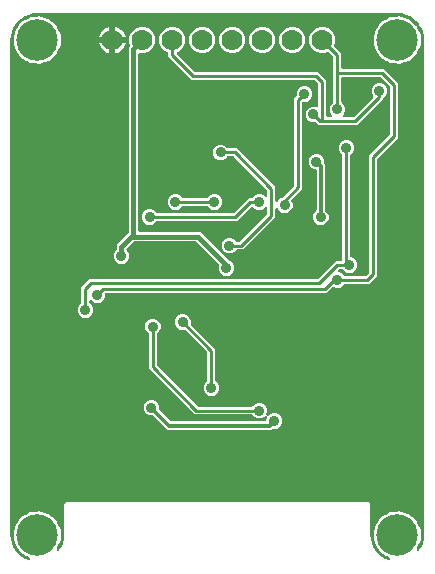
<source format=gbr>
G04 EAGLE Gerber RS-274X export*
G75*
%MOMM*%
%FSLAX34Y34*%
%LPD*%
%INBottom Copper*%
%IPPOS*%
%AMOC8*
5,1,8,0,0,1.08239X$1,22.5*%
G01*
%ADD10C,3.516000*%
%ADD11C,1.778000*%
%ADD12C,0.906400*%
%ADD13C,0.254000*%
%ADD14C,0.304800*%
%ADD15C,0.406400*%

G36*
X18442Y-46782D02*
X18442Y-46782D01*
X18575Y-46774D01*
X18600Y-46765D01*
X18627Y-46763D01*
X18751Y-46716D01*
X18877Y-46675D01*
X18900Y-46661D01*
X18925Y-46652D01*
X19034Y-46576D01*
X19146Y-46505D01*
X19164Y-46486D01*
X19186Y-46470D01*
X19273Y-46370D01*
X19364Y-46273D01*
X19376Y-46250D01*
X19394Y-46230D01*
X19453Y-46111D01*
X19517Y-45995D01*
X19524Y-45969D01*
X19536Y-45945D01*
X19563Y-45815D01*
X19596Y-45687D01*
X19596Y-45660D01*
X19602Y-45634D01*
X19596Y-45501D01*
X19597Y-45369D01*
X19590Y-45343D01*
X19589Y-45316D01*
X19551Y-45189D01*
X19518Y-45061D01*
X19505Y-45037D01*
X19497Y-45012D01*
X19429Y-44898D01*
X19365Y-44782D01*
X19347Y-44762D01*
X19333Y-44740D01*
X19238Y-44647D01*
X19147Y-44550D01*
X19125Y-44535D01*
X19106Y-44517D01*
X18972Y-44428D01*
X16215Y-42836D01*
X16213Y-42835D01*
X16210Y-42833D01*
X16066Y-42762D01*
X14290Y-42027D01*
X13693Y-41430D01*
X13626Y-41378D01*
X13565Y-41317D01*
X13451Y-41242D01*
X13442Y-41235D01*
X13438Y-41233D01*
X13431Y-41228D01*
X11929Y-40361D01*
X10139Y-37897D01*
X10126Y-37883D01*
X10116Y-37867D01*
X10009Y-37746D01*
X8773Y-36510D01*
X8357Y-35504D01*
X8322Y-35444D01*
X8297Y-35380D01*
X8211Y-35244D01*
X7008Y-33589D01*
X6447Y-30951D01*
X6436Y-30917D01*
X6431Y-30881D01*
X6379Y-30729D01*
X5787Y-29301D01*
X5787Y-27978D01*
X5781Y-27926D01*
X5783Y-27874D01*
X5760Y-27714D01*
X5268Y-25400D01*
X5760Y-23086D01*
X5764Y-23033D01*
X5777Y-22983D01*
X5787Y-22822D01*
X5787Y-21499D01*
X6379Y-20071D01*
X6388Y-20037D01*
X6404Y-20005D01*
X6447Y-19849D01*
X7008Y-17211D01*
X8211Y-15556D01*
X8244Y-15495D01*
X8286Y-15440D01*
X8357Y-15296D01*
X8773Y-14290D01*
X10009Y-13054D01*
X10021Y-13039D01*
X10036Y-13027D01*
X10139Y-12903D01*
X11929Y-10439D01*
X13431Y-9572D01*
X13499Y-9520D01*
X13573Y-9476D01*
X13675Y-9386D01*
X13684Y-9379D01*
X13687Y-9376D01*
X13693Y-9370D01*
X14290Y-8773D01*
X16066Y-8038D01*
X16068Y-8036D01*
X16071Y-8036D01*
X16215Y-7964D01*
X19179Y-6253D01*
X20598Y-6104D01*
X20697Y-6080D01*
X20799Y-6066D01*
X20887Y-6036D01*
X20908Y-6031D01*
X20920Y-6025D01*
X20951Y-6014D01*
X21499Y-5787D01*
X23543Y-5787D01*
X23560Y-5785D01*
X23676Y-5780D01*
X27504Y-5378D01*
X28573Y-5725D01*
X28690Y-5747D01*
X28805Y-5777D01*
X28865Y-5781D01*
X28885Y-5785D01*
X28906Y-5783D01*
X28965Y-5787D01*
X29301Y-5787D01*
X31209Y-6577D01*
X31230Y-6583D01*
X31303Y-6612D01*
X35466Y-7965D01*
X36078Y-8515D01*
X36189Y-8593D01*
X36297Y-8674D01*
X36327Y-8689D01*
X36339Y-8697D01*
X36359Y-8704D01*
X36441Y-8745D01*
X36510Y-8773D01*
X37805Y-10068D01*
X37819Y-10079D01*
X37853Y-10114D01*
X41687Y-13566D01*
X41900Y-14044D01*
X41979Y-14174D01*
X42250Y-14829D01*
X42255Y-14837D01*
X42263Y-14859D01*
X45092Y-21214D01*
X45092Y-29586D01*
X42263Y-35941D01*
X42260Y-35951D01*
X42250Y-35971D01*
X41994Y-36589D01*
X41975Y-36613D01*
X41970Y-36622D01*
X41968Y-36625D01*
X41963Y-36635D01*
X41900Y-36756D01*
X41785Y-37015D01*
X41777Y-37041D01*
X41764Y-37064D01*
X41731Y-37193D01*
X41693Y-37320D01*
X41692Y-37346D01*
X41685Y-37372D01*
X41685Y-37505D01*
X41679Y-37637D01*
X41685Y-37664D01*
X41685Y-37690D01*
X41718Y-37819D01*
X41745Y-37949D01*
X41757Y-37972D01*
X41764Y-37998D01*
X41828Y-38114D01*
X41887Y-38233D01*
X41904Y-38254D01*
X41917Y-38277D01*
X42007Y-38374D01*
X42094Y-38474D01*
X42116Y-38490D01*
X42134Y-38509D01*
X42246Y-38580D01*
X42355Y-38656D01*
X42380Y-38665D01*
X42403Y-38680D01*
X42529Y-38721D01*
X42653Y-38767D01*
X42680Y-38770D01*
X42705Y-38778D01*
X42838Y-38786D01*
X42970Y-38800D01*
X42996Y-38797D01*
X43023Y-38798D01*
X43153Y-38774D01*
X43284Y-38754D01*
X43309Y-38744D01*
X43335Y-38739D01*
X43455Y-38683D01*
X43578Y-38631D01*
X43599Y-38615D01*
X43623Y-38604D01*
X43725Y-38519D01*
X43831Y-38439D01*
X43848Y-38418D01*
X43868Y-38402D01*
X43971Y-38278D01*
X45664Y-35948D01*
X45721Y-35844D01*
X45785Y-35744D01*
X45807Y-35687D01*
X45817Y-35669D01*
X45822Y-35649D01*
X45844Y-35594D01*
X47931Y-29170D01*
X47944Y-29102D01*
X47967Y-29036D01*
X47990Y-28877D01*
X48255Y-25500D01*
X48254Y-25478D01*
X48259Y-25400D01*
X48259Y1052D01*
X49748Y2541D01*
X305852Y2541D01*
X307341Y1052D01*
X307341Y-25400D01*
X307343Y-25422D01*
X307345Y-25500D01*
X307610Y-28877D01*
X307624Y-28945D01*
X307629Y-29014D01*
X307669Y-29170D01*
X309756Y-35594D01*
X309806Y-35701D01*
X309850Y-35812D01*
X309883Y-35863D01*
X309891Y-35882D01*
X309904Y-35897D01*
X309936Y-35948D01*
X313907Y-41412D01*
X313988Y-41499D01*
X314064Y-41591D01*
X314110Y-41629D01*
X314124Y-41644D01*
X314142Y-41655D01*
X314188Y-41693D01*
X319652Y-45664D01*
X319756Y-45721D01*
X319856Y-45785D01*
X319913Y-45807D01*
X319931Y-45817D01*
X319951Y-45822D01*
X320006Y-45844D01*
X322745Y-46734D01*
X322771Y-46739D01*
X322796Y-46749D01*
X322927Y-46769D01*
X323057Y-46793D01*
X323084Y-46792D01*
X323110Y-46796D01*
X323242Y-46782D01*
X323375Y-46774D01*
X323400Y-46765D01*
X323427Y-46763D01*
X323551Y-46716D01*
X323677Y-46675D01*
X323700Y-46661D01*
X323725Y-46652D01*
X323834Y-46576D01*
X323946Y-46505D01*
X323964Y-46486D01*
X323986Y-46470D01*
X324073Y-46370D01*
X324164Y-46273D01*
X324176Y-46250D01*
X324194Y-46230D01*
X324253Y-46111D01*
X324317Y-45995D01*
X324324Y-45969D01*
X324336Y-45945D01*
X324363Y-45815D01*
X324396Y-45687D01*
X324396Y-45660D01*
X324402Y-45634D01*
X324396Y-45501D01*
X324397Y-45369D01*
X324390Y-45343D01*
X324389Y-45316D01*
X324351Y-45189D01*
X324318Y-45061D01*
X324305Y-45037D01*
X324297Y-45012D01*
X324229Y-44898D01*
X324165Y-44782D01*
X324147Y-44762D01*
X324133Y-44739D01*
X324038Y-44646D01*
X323947Y-44550D01*
X323925Y-44535D01*
X323906Y-44517D01*
X323772Y-44428D01*
X321015Y-42836D01*
X321012Y-42835D01*
X321010Y-42833D01*
X320866Y-42762D01*
X319090Y-42027D01*
X318493Y-41430D01*
X318426Y-41378D01*
X318365Y-41317D01*
X318251Y-41242D01*
X318242Y-41235D01*
X318238Y-41233D01*
X318231Y-41228D01*
X316729Y-40361D01*
X314939Y-37897D01*
X314926Y-37883D01*
X314916Y-37867D01*
X314809Y-37746D01*
X313573Y-36510D01*
X313157Y-35504D01*
X313122Y-35444D01*
X313097Y-35380D01*
X313011Y-35244D01*
X311808Y-33589D01*
X311247Y-30951D01*
X311236Y-30917D01*
X311231Y-30881D01*
X311179Y-30729D01*
X310587Y-29301D01*
X310587Y-27978D01*
X310581Y-27926D01*
X310583Y-27874D01*
X310560Y-27714D01*
X310068Y-25400D01*
X310560Y-23086D01*
X310564Y-23033D01*
X310577Y-22983D01*
X310587Y-22822D01*
X310587Y-21499D01*
X311179Y-20071D01*
X311188Y-20037D01*
X311204Y-20005D01*
X311247Y-19849D01*
X311808Y-17211D01*
X313011Y-15556D01*
X313044Y-15495D01*
X313086Y-15440D01*
X313157Y-15296D01*
X313573Y-14290D01*
X314809Y-13054D01*
X314821Y-13039D01*
X314836Y-13027D01*
X314939Y-12903D01*
X316729Y-10439D01*
X318231Y-9572D01*
X318299Y-9520D01*
X318373Y-9476D01*
X318475Y-9386D01*
X318484Y-9379D01*
X318487Y-9376D01*
X318493Y-9370D01*
X319090Y-8773D01*
X320866Y-8038D01*
X320868Y-8036D01*
X320871Y-8036D01*
X321015Y-7964D01*
X323979Y-6253D01*
X325398Y-6104D01*
X325497Y-6080D01*
X325599Y-6066D01*
X325687Y-6036D01*
X325708Y-6031D01*
X325720Y-6025D01*
X325751Y-6014D01*
X326299Y-5787D01*
X328343Y-5787D01*
X328360Y-5785D01*
X328476Y-5780D01*
X332304Y-5378D01*
X333373Y-5725D01*
X333490Y-5747D01*
X333605Y-5777D01*
X333665Y-5781D01*
X333685Y-5785D01*
X333706Y-5783D01*
X333765Y-5787D01*
X334101Y-5787D01*
X336009Y-6577D01*
X336030Y-6583D01*
X336103Y-6612D01*
X340266Y-7965D01*
X340878Y-8515D01*
X340989Y-8593D01*
X341097Y-8674D01*
X341127Y-8689D01*
X341139Y-8697D01*
X341159Y-8704D01*
X341241Y-8745D01*
X341310Y-8773D01*
X342605Y-10068D01*
X342619Y-10079D01*
X342653Y-10114D01*
X346487Y-13566D01*
X346700Y-14044D01*
X346779Y-14174D01*
X347050Y-14829D01*
X347055Y-14837D01*
X347063Y-14859D01*
X349892Y-21214D01*
X349892Y-29586D01*
X347063Y-35941D01*
X347060Y-35951D01*
X347050Y-35971D01*
X346794Y-36589D01*
X346775Y-36613D01*
X346770Y-36622D01*
X346768Y-36625D01*
X346763Y-36636D01*
X346700Y-36756D01*
X346585Y-37015D01*
X346577Y-37041D01*
X346564Y-37064D01*
X346531Y-37193D01*
X346493Y-37320D01*
X346492Y-37346D01*
X346485Y-37372D01*
X346485Y-37505D01*
X346479Y-37637D01*
X346485Y-37663D01*
X346485Y-37690D01*
X346518Y-37819D01*
X346545Y-37948D01*
X346557Y-37972D01*
X346564Y-37998D01*
X346628Y-38114D01*
X346687Y-38233D01*
X346704Y-38254D01*
X346717Y-38277D01*
X346808Y-38374D01*
X346894Y-38474D01*
X346916Y-38489D01*
X346934Y-38509D01*
X347047Y-38580D01*
X347155Y-38656D01*
X347180Y-38665D01*
X347203Y-38680D01*
X347329Y-38721D01*
X347453Y-38767D01*
X347480Y-38770D01*
X347505Y-38778D01*
X347637Y-38786D01*
X347770Y-38800D01*
X347796Y-38797D01*
X347823Y-38798D01*
X347953Y-38774D01*
X348084Y-38754D01*
X348109Y-38744D01*
X348135Y-38739D01*
X348255Y-38683D01*
X348378Y-38631D01*
X348399Y-38615D01*
X348423Y-38604D01*
X348525Y-38520D01*
X348631Y-38439D01*
X348648Y-38418D01*
X348668Y-38401D01*
X348771Y-38277D01*
X350464Y-35948D01*
X350521Y-35844D01*
X350585Y-35744D01*
X350607Y-35687D01*
X350617Y-35669D01*
X350622Y-35649D01*
X350644Y-35594D01*
X352731Y-29170D01*
X352744Y-29102D01*
X352767Y-29036D01*
X352790Y-28877D01*
X353055Y-25500D01*
X353054Y-25478D01*
X353059Y-25400D01*
X353059Y393700D01*
X353057Y393722D01*
X353055Y393800D01*
X352790Y397177D01*
X352776Y397245D01*
X352771Y397314D01*
X352731Y397470D01*
X350644Y403894D01*
X350593Y404001D01*
X350550Y404112D01*
X350517Y404163D01*
X350509Y404182D01*
X350496Y404197D01*
X350464Y404248D01*
X348771Y406578D01*
X348753Y406597D01*
X348739Y406620D01*
X348644Y406713D01*
X348553Y406809D01*
X348531Y406824D01*
X348512Y406842D01*
X348398Y406908D01*
X348392Y406924D01*
X348389Y406951D01*
X348340Y407075D01*
X348297Y407200D01*
X348282Y407222D01*
X348272Y407247D01*
X348186Y407383D01*
X346493Y409713D01*
X346412Y409799D01*
X346336Y409891D01*
X346290Y409929D01*
X346276Y409944D01*
X346258Y409955D01*
X346212Y409993D01*
X340748Y413964D01*
X340644Y414021D01*
X340544Y414085D01*
X340487Y414107D01*
X340469Y414117D01*
X340449Y414122D01*
X340394Y414144D01*
X333970Y416231D01*
X333902Y416244D01*
X333836Y416267D01*
X333677Y416290D01*
X330300Y416555D01*
X330278Y416554D01*
X330200Y416559D01*
X25400Y416559D01*
X25378Y416557D01*
X25300Y416555D01*
X21923Y416290D01*
X21855Y416276D01*
X21786Y416271D01*
X21630Y416231D01*
X18892Y415341D01*
X18867Y415330D01*
X18841Y415324D01*
X18724Y415263D01*
X18604Y415206D01*
X18583Y415189D01*
X18560Y415177D01*
X18462Y415089D01*
X18445Y415088D01*
X18418Y415093D01*
X18286Y415085D01*
X18153Y415083D01*
X18128Y415075D01*
X18101Y415074D01*
X17945Y415034D01*
X15206Y414144D01*
X15099Y414093D01*
X14988Y414050D01*
X14937Y414017D01*
X14918Y414009D01*
X14903Y413996D01*
X14852Y413964D01*
X9388Y409993D01*
X9301Y409912D01*
X9209Y409836D01*
X9171Y409790D01*
X9156Y409776D01*
X9145Y409758D01*
X9107Y409712D01*
X5136Y404248D01*
X5079Y404144D01*
X5015Y404044D01*
X4993Y403987D01*
X4983Y403969D01*
X4978Y403949D01*
X4956Y403894D01*
X2869Y397470D01*
X2856Y397402D01*
X2833Y397336D01*
X2810Y397177D01*
X2545Y393800D01*
X2546Y393778D01*
X2541Y393700D01*
X2541Y-25400D01*
X2543Y-25422D01*
X2545Y-25500D01*
X2810Y-28877D01*
X2824Y-28945D01*
X2829Y-29014D01*
X2869Y-29170D01*
X4956Y-35594D01*
X5006Y-35701D01*
X5050Y-35812D01*
X5083Y-35863D01*
X5091Y-35882D01*
X5104Y-35897D01*
X5136Y-35948D01*
X9107Y-41412D01*
X9188Y-41499D01*
X9264Y-41591D01*
X9310Y-41629D01*
X9324Y-41644D01*
X9342Y-41655D01*
X9388Y-41693D01*
X12582Y-44014D01*
X14852Y-45664D01*
X14956Y-45721D01*
X15056Y-45785D01*
X15113Y-45807D01*
X15131Y-45817D01*
X15151Y-45822D01*
X15206Y-45844D01*
X17945Y-46734D01*
X17971Y-46739D01*
X17996Y-46749D01*
X18127Y-46769D01*
X18257Y-46794D01*
X18284Y-46792D01*
X18310Y-46796D01*
X18442Y-46782D01*
G37*
%LPC*%
G36*
X64734Y158535D02*
X64734Y158535D01*
X62321Y159535D01*
X60475Y161381D01*
X59475Y163794D01*
X59475Y166406D01*
X60475Y168819D01*
X62366Y170709D01*
X62426Y170788D01*
X62494Y170860D01*
X62523Y170913D01*
X62560Y170961D01*
X62600Y171052D01*
X62648Y171138D01*
X62663Y171197D01*
X62687Y171253D01*
X62702Y171351D01*
X62727Y171446D01*
X62733Y171546D01*
X62737Y171567D01*
X62735Y171579D01*
X62737Y171607D01*
X62737Y184248D01*
X69752Y191263D01*
X262266Y191263D01*
X262364Y191275D01*
X262463Y191278D01*
X262522Y191295D01*
X262582Y191303D01*
X262674Y191339D01*
X262769Y191367D01*
X262821Y191397D01*
X262877Y191420D01*
X262957Y191478D01*
X263043Y191528D01*
X263118Y191594D01*
X263135Y191606D01*
X263143Y191616D01*
X263164Y191634D01*
X278032Y206503D01*
X282448Y206503D01*
X282566Y206518D01*
X282685Y206525D01*
X282723Y206538D01*
X282764Y206543D01*
X282874Y206586D01*
X282987Y206623D01*
X283022Y206645D01*
X283059Y206660D01*
X283155Y206729D01*
X283256Y206793D01*
X283284Y206823D01*
X283317Y206846D01*
X283393Y206938D01*
X283474Y207025D01*
X283494Y207060D01*
X283519Y207091D01*
X283570Y207199D01*
X283628Y207303D01*
X283638Y207343D01*
X283655Y207379D01*
X283677Y207496D01*
X283707Y207611D01*
X283711Y207671D01*
X283715Y207691D01*
X283713Y207712D01*
X283717Y207772D01*
X283717Y295753D01*
X283705Y295851D01*
X283702Y295950D01*
X283685Y296008D01*
X283677Y296069D01*
X283641Y296161D01*
X283613Y296256D01*
X283583Y296308D01*
X283560Y296364D01*
X283502Y296444D01*
X283452Y296530D01*
X283386Y296605D01*
X283374Y296622D01*
X283364Y296629D01*
X283346Y296651D01*
X281455Y298541D01*
X280455Y300954D01*
X280455Y303566D01*
X281455Y305979D01*
X283301Y307825D01*
X285714Y308825D01*
X288326Y308825D01*
X290739Y307825D01*
X292585Y305979D01*
X293585Y303566D01*
X293585Y300954D01*
X292585Y298541D01*
X290694Y296651D01*
X290634Y296572D01*
X290566Y296500D01*
X290537Y296447D01*
X290500Y296399D01*
X290460Y296308D01*
X290412Y296222D01*
X290397Y296163D01*
X290373Y296107D01*
X290358Y296009D01*
X290333Y295914D01*
X290327Y295814D01*
X290323Y295793D01*
X290325Y295781D01*
X290323Y295753D01*
X290323Y210838D01*
X290326Y210809D01*
X290324Y210779D01*
X290342Y210677D01*
X290345Y210625D01*
X290353Y210602D01*
X290363Y210522D01*
X290373Y210495D01*
X290378Y210466D01*
X290432Y210347D01*
X290480Y210227D01*
X290497Y210203D01*
X290509Y210176D01*
X290590Y210074D01*
X290666Y209969D01*
X290689Y209950D01*
X290708Y209927D01*
X290811Y209849D01*
X290911Y209766D01*
X290938Y209754D01*
X290962Y209736D01*
X291106Y209665D01*
X293279Y208765D01*
X295125Y206919D01*
X296125Y204506D01*
X296125Y201894D01*
X295125Y199481D01*
X293279Y197635D01*
X290866Y196635D01*
X288254Y196635D01*
X285841Y197635D01*
X283951Y199526D01*
X283872Y199586D01*
X283800Y199654D01*
X283747Y199683D01*
X283699Y199720D01*
X283608Y199760D01*
X283522Y199808D01*
X283463Y199823D01*
X283407Y199847D01*
X283309Y199862D01*
X283214Y199887D01*
X283114Y199893D01*
X283093Y199897D01*
X283081Y199895D01*
X283053Y199897D01*
X281294Y199897D01*
X281196Y199885D01*
X281097Y199882D01*
X281038Y199865D01*
X280978Y199857D01*
X280886Y199821D01*
X280791Y199793D01*
X280739Y199763D01*
X280683Y199740D01*
X280602Y199682D01*
X280517Y199632D01*
X280442Y199566D01*
X280425Y199554D01*
X280417Y199544D01*
X280396Y199526D01*
X280090Y199219D01*
X280060Y199180D01*
X280023Y199147D01*
X279963Y199055D01*
X279895Y198968D01*
X279875Y198922D01*
X279848Y198881D01*
X279812Y198777D01*
X279769Y198676D01*
X279761Y198627D01*
X279745Y198580D01*
X279736Y198470D01*
X279719Y198362D01*
X279724Y198313D01*
X279720Y198263D01*
X279739Y198155D01*
X279749Y198046D01*
X279766Y197999D01*
X279774Y197950D01*
X279819Y197850D01*
X279856Y197746D01*
X279884Y197705D01*
X279905Y197660D01*
X279973Y197574D01*
X280035Y197483D01*
X280072Y197450D01*
X280103Y197411D01*
X280191Y197345D01*
X280273Y197273D01*
X280318Y197250D01*
X280357Y197220D01*
X280502Y197149D01*
X283119Y196065D01*
X285009Y194174D01*
X285088Y194114D01*
X285160Y194046D01*
X285213Y194017D01*
X285261Y193980D01*
X285352Y193940D01*
X285438Y193892D01*
X285497Y193877D01*
X285553Y193853D01*
X285651Y193838D01*
X285746Y193813D01*
X285846Y193807D01*
X285867Y193803D01*
X285879Y193805D01*
X285907Y193803D01*
X302906Y193803D01*
X303004Y193815D01*
X303103Y193818D01*
X303162Y193835D01*
X303222Y193843D01*
X303314Y193879D01*
X303409Y193907D01*
X303461Y193937D01*
X303517Y193960D01*
X303597Y194018D01*
X303683Y194068D01*
X303758Y194134D01*
X303775Y194146D01*
X303783Y194156D01*
X303804Y194174D01*
X306206Y196576D01*
X306266Y196655D01*
X306334Y196727D01*
X306363Y196780D01*
X306400Y196828D01*
X306440Y196919D01*
X306488Y197005D01*
X306503Y197064D01*
X306527Y197119D01*
X306542Y197217D01*
X306567Y197313D01*
X306573Y197413D01*
X306577Y197434D01*
X306575Y197446D01*
X306577Y197474D01*
X306577Y296008D01*
X323986Y313416D01*
X324046Y313495D01*
X324114Y313567D01*
X324143Y313620D01*
X324180Y313668D01*
X324220Y313759D01*
X324268Y313845D01*
X324283Y313904D01*
X324307Y313959D01*
X324322Y314057D01*
X324347Y314153D01*
X324353Y314253D01*
X324357Y314274D01*
X324355Y314286D01*
X324357Y314314D01*
X324357Y353706D01*
X324345Y353804D01*
X324342Y353903D01*
X324325Y353962D01*
X324317Y354022D01*
X324281Y354114D01*
X324253Y354209D01*
X324223Y354261D01*
X324200Y354317D01*
X324142Y354397D01*
X324092Y354483D01*
X324026Y354558D01*
X324014Y354575D01*
X324004Y354583D01*
X323986Y354604D01*
X316504Y362086D01*
X316425Y362146D01*
X316353Y362214D01*
X316300Y362243D01*
X316252Y362280D01*
X316161Y362320D01*
X316075Y362368D01*
X316016Y362383D01*
X315961Y362407D01*
X315863Y362422D01*
X315767Y362447D01*
X315667Y362453D01*
X315646Y362457D01*
X315634Y362455D01*
X315606Y362457D01*
X283972Y362457D01*
X283854Y362442D01*
X283735Y362435D01*
X283697Y362422D01*
X283656Y362417D01*
X283546Y362374D01*
X283433Y362337D01*
X283398Y362315D01*
X283361Y362300D01*
X283265Y362231D01*
X283164Y362167D01*
X283136Y362137D01*
X283103Y362114D01*
X283027Y362022D01*
X282946Y361935D01*
X282926Y361900D01*
X282901Y361869D01*
X282850Y361761D01*
X282792Y361657D01*
X282782Y361617D01*
X282765Y361581D01*
X282743Y361464D01*
X282713Y361349D01*
X282709Y361289D01*
X282705Y361269D01*
X282707Y361248D01*
X282703Y361188D01*
X282703Y341667D01*
X282715Y341569D01*
X282718Y341470D01*
X282735Y341412D01*
X282743Y341351D01*
X282779Y341259D01*
X282807Y341164D01*
X282837Y341112D01*
X282860Y341056D01*
X282918Y340976D01*
X282968Y340890D01*
X283034Y340815D01*
X283046Y340798D01*
X283056Y340791D01*
X283074Y340769D01*
X284965Y338879D01*
X285965Y336466D01*
X285965Y333854D01*
X284965Y331441D01*
X284113Y330589D01*
X284029Y330480D01*
X283940Y330373D01*
X283931Y330354D01*
X283918Y330338D01*
X283863Y330211D01*
X283804Y330085D01*
X283800Y330065D01*
X283792Y330046D01*
X283770Y329908D01*
X283744Y329772D01*
X283745Y329752D01*
X283742Y329732D01*
X283755Y329593D01*
X283764Y329455D01*
X283770Y329436D01*
X283772Y329416D01*
X283819Y329284D01*
X283862Y329153D01*
X283873Y329135D01*
X283880Y329116D01*
X283958Y329001D01*
X284032Y328884D01*
X284047Y328870D01*
X284058Y328853D01*
X284162Y328761D01*
X284264Y328666D01*
X284282Y328656D01*
X284297Y328643D01*
X284420Y328580D01*
X284542Y328512D01*
X284562Y328507D01*
X284580Y328498D01*
X284716Y328468D01*
X284850Y328433D01*
X284878Y328431D01*
X284890Y328428D01*
X284911Y328429D01*
X285011Y328423D01*
X292746Y328423D01*
X292844Y328435D01*
X292943Y328438D01*
X293002Y328455D01*
X293062Y328463D01*
X293154Y328499D01*
X293249Y328527D01*
X293301Y328557D01*
X293357Y328580D01*
X293437Y328638D01*
X293523Y328688D01*
X293598Y328754D01*
X293615Y328766D01*
X293623Y328776D01*
X293644Y328794D01*
X309625Y344776D01*
X309698Y344870D01*
X309777Y344959D01*
X309795Y344995D01*
X309820Y345027D01*
X309867Y345136D01*
X309922Y345243D01*
X309930Y345282D01*
X309946Y345319D01*
X309965Y345437D01*
X309991Y345553D01*
X309990Y345593D01*
X309996Y345633D01*
X309985Y345752D01*
X309981Y345871D01*
X309970Y345909D01*
X309966Y345950D01*
X309926Y346062D01*
X309893Y346176D01*
X309873Y346211D01*
X309859Y346249D01*
X309792Y346347D01*
X309732Y346450D01*
X309692Y346495D01*
X309680Y346512D01*
X309665Y346526D01*
X309625Y346571D01*
X309395Y346801D01*
X308395Y349214D01*
X308395Y351826D01*
X309395Y354239D01*
X311241Y356085D01*
X313654Y357085D01*
X316266Y357085D01*
X318679Y356085D01*
X320525Y354239D01*
X321525Y351826D01*
X321525Y349214D01*
X320525Y346801D01*
X318634Y344911D01*
X318574Y344832D01*
X318506Y344760D01*
X318477Y344707D01*
X318440Y344659D01*
X318400Y344568D01*
X318352Y344482D01*
X318337Y344423D01*
X318313Y344367D01*
X318298Y344269D01*
X318273Y344174D01*
X318267Y344076D01*
X296008Y321817D01*
X263427Y321817D01*
X261346Y323899D01*
X261267Y323959D01*
X261195Y324027D01*
X261142Y324056D01*
X261094Y324093D01*
X261003Y324133D01*
X260917Y324181D01*
X260858Y324196D01*
X260803Y324220D01*
X260705Y324235D01*
X260609Y324260D01*
X260509Y324266D01*
X260488Y324270D01*
X260476Y324268D01*
X260448Y324270D01*
X257774Y324270D01*
X255361Y325270D01*
X253515Y327116D01*
X252515Y329529D01*
X252515Y332141D01*
X253515Y334554D01*
X255361Y336400D01*
X257774Y337400D01*
X260386Y337400D01*
X261642Y336879D01*
X261690Y336866D01*
X261735Y336845D01*
X261843Y336824D01*
X261949Y336795D01*
X261999Y336795D01*
X262048Y336785D01*
X262157Y336792D01*
X262267Y336790D01*
X262315Y336802D01*
X262365Y336805D01*
X262469Y336839D01*
X262576Y336864D01*
X262620Y336888D01*
X262667Y336903D01*
X262760Y336962D01*
X262857Y337013D01*
X262894Y337047D01*
X262936Y337073D01*
X263011Y337153D01*
X263093Y337227D01*
X263120Y337269D01*
X263154Y337305D01*
X263207Y337401D01*
X263267Y337493D01*
X263284Y337540D01*
X263308Y337583D01*
X263335Y337689D01*
X263371Y337794D01*
X263375Y337843D01*
X263387Y337891D01*
X263397Y338052D01*
X263397Y356246D01*
X263385Y356344D01*
X263382Y356443D01*
X263365Y356502D01*
X263357Y356562D01*
X263321Y356654D01*
X263293Y356749D01*
X263263Y356801D01*
X263240Y356857D01*
X263182Y356937D01*
X263132Y357023D01*
X263066Y357098D01*
X263054Y357115D01*
X263044Y357123D01*
X263026Y357144D01*
X260624Y359546D01*
X260545Y359606D01*
X260473Y359674D01*
X260420Y359703D01*
X260372Y359740D01*
X260281Y359780D01*
X260195Y359828D01*
X260136Y359843D01*
X260081Y359867D01*
X259983Y359882D01*
X259887Y359907D01*
X259787Y359913D01*
X259767Y359917D01*
X259754Y359915D01*
X259726Y359917D01*
X156112Y359917D01*
X136397Y379632D01*
X136397Y382397D01*
X136394Y382426D01*
X136396Y382456D01*
X136374Y382584D01*
X136357Y382713D01*
X136347Y382740D01*
X136342Y382769D01*
X136288Y382888D01*
X136240Y383008D01*
X136223Y383032D01*
X136211Y383059D01*
X136130Y383161D01*
X136054Y383266D01*
X136031Y383285D01*
X136012Y383308D01*
X135909Y383386D01*
X135809Y383469D01*
X135782Y383481D01*
X135758Y383499D01*
X135614Y383570D01*
X133513Y384440D01*
X130440Y387513D01*
X128777Y391527D01*
X128777Y395873D01*
X130440Y399887D01*
X133513Y402960D01*
X137527Y404623D01*
X141873Y404623D01*
X145887Y402960D01*
X148960Y399887D01*
X150623Y395873D01*
X150623Y391527D01*
X148960Y387513D01*
X145887Y384440D01*
X144137Y383715D01*
X144094Y383691D01*
X144047Y383674D01*
X143956Y383612D01*
X143861Y383558D01*
X143825Y383523D01*
X143784Y383495D01*
X143711Y383413D01*
X143633Y383337D01*
X143607Y383294D01*
X143574Y383257D01*
X143524Y383159D01*
X143466Y383065D01*
X143452Y383018D01*
X143429Y382974D01*
X143405Y382866D01*
X143373Y382761D01*
X143370Y382712D01*
X143360Y382663D01*
X143363Y382553D01*
X143358Y382444D01*
X143368Y382395D01*
X143369Y382345D01*
X143400Y382240D01*
X143422Y382132D01*
X143444Y382088D01*
X143458Y382040D01*
X143513Y381946D01*
X143562Y381847D01*
X143594Y381809D01*
X143619Y381766D01*
X143726Y381645D01*
X158476Y366894D01*
X158555Y366834D01*
X158627Y366766D01*
X158680Y366737D01*
X158728Y366700D01*
X158819Y366660D01*
X158905Y366612D01*
X158964Y366597D01*
X159019Y366573D01*
X159117Y366558D01*
X159213Y366533D01*
X159313Y366527D01*
X159334Y366523D01*
X159346Y366525D01*
X159374Y366523D01*
X262988Y366523D01*
X265294Y364217D01*
X265294Y364216D01*
X270003Y359508D01*
X270003Y329692D01*
X270018Y329574D01*
X270025Y329455D01*
X270038Y329417D01*
X270043Y329376D01*
X270086Y329266D01*
X270123Y329153D01*
X270145Y329118D01*
X270160Y329081D01*
X270229Y328985D01*
X270293Y328884D01*
X270323Y328856D01*
X270346Y328823D01*
X270438Y328747D01*
X270525Y328666D01*
X270560Y328646D01*
X270591Y328621D01*
X270699Y328570D01*
X270803Y328512D01*
X270843Y328502D01*
X270879Y328485D01*
X270996Y328463D01*
X271111Y328433D01*
X271171Y328429D01*
X271191Y328425D01*
X271212Y328427D01*
X271272Y328423D01*
X273789Y328423D01*
X273927Y328440D01*
X274065Y328453D01*
X274084Y328460D01*
X274105Y328463D01*
X274234Y328514D01*
X274365Y328561D01*
X274382Y328572D01*
X274400Y328580D01*
X274513Y328661D01*
X274628Y328739D01*
X274641Y328755D01*
X274658Y328766D01*
X274746Y328874D01*
X274838Y328978D01*
X274848Y328996D01*
X274860Y329011D01*
X274920Y329137D01*
X274983Y329261D01*
X274987Y329281D01*
X274996Y329299D01*
X275022Y329436D01*
X275053Y329571D01*
X275052Y329592D01*
X275056Y329611D01*
X275047Y329750D01*
X275043Y329889D01*
X275037Y329909D01*
X275036Y329929D01*
X274993Y330061D01*
X274955Y330195D01*
X274944Y330212D01*
X274938Y330231D01*
X274864Y330349D01*
X274793Y330469D01*
X274774Y330490D01*
X274768Y330500D01*
X274753Y330514D01*
X274687Y330589D01*
X273835Y331441D01*
X272835Y333854D01*
X272835Y336466D01*
X273835Y338879D01*
X275726Y340769D01*
X275786Y340848D01*
X275854Y340920D01*
X275883Y340973D01*
X275920Y341021D01*
X275960Y341112D01*
X276008Y341198D01*
X276023Y341257D01*
X276047Y341313D01*
X276062Y341411D01*
X276087Y341506D01*
X276093Y341606D01*
X276097Y341627D01*
X276095Y341639D01*
X276097Y341667D01*
X276097Y379106D01*
X276085Y379204D01*
X276082Y379303D01*
X276065Y379362D01*
X276057Y379422D01*
X276021Y379514D01*
X275993Y379609D01*
X275963Y379661D01*
X275940Y379717D01*
X275882Y379797D01*
X275832Y379883D01*
X275766Y379958D01*
X275754Y379975D01*
X275744Y379983D01*
X275726Y380004D01*
X272357Y383372D01*
X272333Y383391D01*
X272314Y383413D01*
X272208Y383488D01*
X272106Y383567D01*
X272078Y383579D01*
X272054Y383596D01*
X271933Y383642D01*
X271814Y383694D01*
X271785Y383698D01*
X271757Y383709D01*
X271628Y383723D01*
X271500Y383744D01*
X271470Y383741D01*
X271441Y383744D01*
X271312Y383726D01*
X271183Y383714D01*
X271155Y383704D01*
X271126Y383700D01*
X270974Y383648D01*
X268873Y382777D01*
X264527Y382777D01*
X260513Y384440D01*
X257440Y387513D01*
X255777Y391527D01*
X255777Y395873D01*
X257440Y399887D01*
X260513Y402960D01*
X264527Y404623D01*
X268873Y404623D01*
X272887Y402960D01*
X275960Y399887D01*
X277623Y395873D01*
X277623Y391527D01*
X276752Y389426D01*
X276745Y389398D01*
X276731Y389372D01*
X276703Y389245D01*
X276669Y389120D01*
X276668Y389090D01*
X276662Y389061D01*
X276666Y388932D01*
X276663Y388802D01*
X276670Y388773D01*
X276671Y388743D01*
X276707Y388619D01*
X276738Y388492D01*
X276751Y388466D01*
X276760Y388438D01*
X276825Y388326D01*
X276886Y388211D01*
X276906Y388189D01*
X276921Y388164D01*
X277028Y388043D01*
X282703Y382368D01*
X282703Y370332D01*
X282718Y370214D01*
X282725Y370095D01*
X282738Y370057D01*
X282743Y370016D01*
X282786Y369906D01*
X282823Y369793D01*
X282845Y369758D01*
X282860Y369721D01*
X282929Y369625D01*
X282993Y369524D01*
X283023Y369496D01*
X283046Y369463D01*
X283138Y369387D01*
X283225Y369306D01*
X283260Y369286D01*
X283291Y369261D01*
X283399Y369210D01*
X283503Y369152D01*
X283543Y369142D01*
X283579Y369125D01*
X283696Y369103D01*
X283811Y369073D01*
X283871Y369069D01*
X283891Y369065D01*
X283912Y369067D01*
X283972Y369063D01*
X318868Y369063D01*
X330963Y356968D01*
X330963Y311052D01*
X313554Y293644D01*
X313494Y293565D01*
X313426Y293493D01*
X313397Y293440D01*
X313360Y293392D01*
X313320Y293301D01*
X313272Y293215D01*
X313257Y293156D01*
X313233Y293101D01*
X313218Y293003D01*
X313193Y292907D01*
X313187Y292807D01*
X313183Y292786D01*
X313185Y292774D01*
X313183Y292746D01*
X313183Y194212D01*
X306168Y187197D01*
X285907Y187197D01*
X285809Y187185D01*
X285710Y187182D01*
X285651Y187165D01*
X285591Y187157D01*
X285499Y187121D01*
X285404Y187093D01*
X285352Y187063D01*
X285296Y187040D01*
X285216Y186982D01*
X285130Y186932D01*
X285055Y186866D01*
X285038Y186854D01*
X285031Y186844D01*
X285009Y186826D01*
X283119Y184935D01*
X280706Y183935D01*
X278094Y183935D01*
X276666Y184527D01*
X276637Y184535D01*
X276611Y184548D01*
X276484Y184577D01*
X276359Y184611D01*
X276330Y184611D01*
X276301Y184618D01*
X276171Y184614D01*
X276041Y184616D01*
X276012Y184609D01*
X275983Y184608D01*
X275858Y184572D01*
X275732Y184542D01*
X275706Y184528D01*
X275677Y184520D01*
X275566Y184454D01*
X275451Y184393D01*
X275429Y184373D01*
X275403Y184358D01*
X275283Y184252D01*
X270608Y179577D01*
X84034Y179577D01*
X83916Y179562D01*
X83797Y179555D01*
X83759Y179542D01*
X83718Y179537D01*
X83608Y179494D01*
X83495Y179457D01*
X83460Y179435D01*
X83423Y179420D01*
X83327Y179351D01*
X83226Y179287D01*
X83198Y179257D01*
X83165Y179234D01*
X83089Y179142D01*
X83008Y179055D01*
X82988Y179020D01*
X82963Y178989D01*
X82912Y178881D01*
X82854Y178777D01*
X82844Y178737D01*
X82827Y178701D01*
X82805Y178584D01*
X82775Y178469D01*
X82771Y178409D01*
X82767Y178389D01*
X82769Y178368D01*
X82765Y178308D01*
X82765Y176494D01*
X81765Y174081D01*
X79919Y172235D01*
X77506Y171235D01*
X74894Y171235D01*
X72481Y172235D01*
X71509Y173207D01*
X71400Y173291D01*
X71293Y173380D01*
X71274Y173389D01*
X71258Y173402D01*
X71131Y173457D01*
X71005Y173516D01*
X70985Y173520D01*
X70966Y173528D01*
X70828Y173550D01*
X70692Y173576D01*
X70672Y173575D01*
X70652Y173578D01*
X70513Y173565D01*
X70375Y173556D01*
X70356Y173550D01*
X70336Y173548D01*
X70204Y173501D01*
X70073Y173458D01*
X70055Y173447D01*
X70036Y173440D01*
X69921Y173362D01*
X69804Y173288D01*
X69790Y173273D01*
X69773Y173262D01*
X69681Y173158D01*
X69586Y173056D01*
X69576Y173038D01*
X69563Y173023D01*
X69500Y172900D01*
X69432Y172778D01*
X69427Y172758D01*
X69418Y172740D01*
X69388Y172604D01*
X69353Y172470D01*
X69351Y172442D01*
X69348Y172430D01*
X69349Y172409D01*
X69343Y172309D01*
X69343Y171607D01*
X69355Y171509D01*
X69358Y171410D01*
X69375Y171352D01*
X69383Y171291D01*
X69419Y171199D01*
X69447Y171104D01*
X69477Y171052D01*
X69500Y170996D01*
X69558Y170916D01*
X69608Y170830D01*
X69674Y170755D01*
X69686Y170738D01*
X69696Y170731D01*
X69714Y170709D01*
X71605Y168819D01*
X72605Y166406D01*
X72605Y163794D01*
X71605Y161381D01*
X69759Y159535D01*
X67346Y158535D01*
X64734Y158535D01*
G37*
%LPD*%
%LPC*%
G36*
X184114Y194095D02*
X184114Y194095D01*
X181701Y195095D01*
X179855Y196941D01*
X178855Y199354D01*
X178855Y201966D01*
X179131Y202632D01*
X179139Y202661D01*
X179153Y202687D01*
X179181Y202814D01*
X179215Y202939D01*
X179216Y202968D01*
X179222Y202997D01*
X179218Y203127D01*
X179220Y203257D01*
X179213Y203286D01*
X179213Y203315D01*
X179176Y203440D01*
X179146Y203566D01*
X179132Y203592D01*
X179124Y203621D01*
X179058Y203733D01*
X178997Y203847D01*
X178978Y203869D01*
X178963Y203895D01*
X178856Y204015D01*
X159978Y222894D01*
X159900Y222954D01*
X159828Y223022D01*
X159775Y223051D01*
X159727Y223088D01*
X159636Y223128D01*
X159549Y223176D01*
X159491Y223191D01*
X159435Y223215D01*
X159337Y223230D01*
X159241Y223255D01*
X159141Y223261D01*
X159121Y223265D01*
X159109Y223263D01*
X159081Y223265D01*
X107619Y223265D01*
X107521Y223253D01*
X107422Y223250D01*
X107364Y223233D01*
X107304Y223225D01*
X107212Y223189D01*
X107117Y223161D01*
X107065Y223131D01*
X107008Y223108D01*
X106928Y223050D01*
X106843Y223000D01*
X106767Y222934D01*
X106751Y222922D01*
X106743Y222912D01*
X106722Y222894D01*
X101124Y217295D01*
X101051Y217201D01*
X100972Y217112D01*
X100954Y217076D01*
X100929Y217044D01*
X100881Y216935D01*
X100827Y216829D01*
X100818Y216789D01*
X100802Y216752D01*
X100784Y216634D01*
X100758Y216518D01*
X100759Y216478D01*
X100753Y216438D01*
X100764Y216319D01*
X100767Y216201D01*
X100779Y216162D01*
X100782Y216121D01*
X100823Y216009D01*
X100856Y215895D01*
X100876Y215860D01*
X100890Y215822D01*
X100957Y215724D01*
X101017Y215621D01*
X101057Y215576D01*
X101069Y215559D01*
X101084Y215545D01*
X101124Y215500D01*
X102085Y214539D01*
X103085Y212126D01*
X103085Y209514D01*
X102085Y207101D01*
X100239Y205255D01*
X97826Y204255D01*
X95214Y204255D01*
X92801Y205255D01*
X90955Y207101D01*
X89955Y209514D01*
X89955Y212126D01*
X90955Y214539D01*
X92084Y215667D01*
X92144Y215746D01*
X92212Y215818D01*
X92241Y215871D01*
X92278Y215919D01*
X92318Y216010D01*
X92366Y216096D01*
X92381Y216155D01*
X92405Y216211D01*
X92420Y216309D01*
X92445Y216404D01*
X92451Y216504D01*
X92455Y216525D01*
X92453Y216537D01*
X92455Y216565D01*
X92455Y220124D01*
X102244Y229912D01*
X102304Y229990D01*
X102372Y230062D01*
X102401Y230115D01*
X102438Y230163D01*
X102478Y230254D01*
X102526Y230341D01*
X102541Y230399D01*
X102565Y230455D01*
X102580Y230553D01*
X102605Y230649D01*
X102611Y230749D01*
X102615Y230769D01*
X102613Y230781D01*
X102615Y230809D01*
X102615Y387764D01*
X103657Y388805D01*
X103675Y388829D01*
X103697Y388848D01*
X103772Y388954D01*
X103852Y389056D01*
X103863Y389083D01*
X103880Y389108D01*
X103926Y389229D01*
X103978Y389348D01*
X103983Y389377D01*
X103993Y389405D01*
X104008Y389534D01*
X104028Y389662D01*
X104025Y389692D01*
X104028Y389721D01*
X104010Y389850D01*
X103998Y389979D01*
X103988Y390007D01*
X103984Y390036D01*
X103932Y390188D01*
X103377Y391527D01*
X103377Y395873D01*
X105040Y399887D01*
X108113Y402960D01*
X112127Y404623D01*
X116473Y404623D01*
X120487Y402960D01*
X123560Y399887D01*
X125223Y395873D01*
X125223Y391527D01*
X123560Y387513D01*
X120487Y384440D01*
X116473Y382777D01*
X112014Y382777D01*
X111896Y382762D01*
X111777Y382755D01*
X111739Y382742D01*
X111698Y382737D01*
X111588Y382694D01*
X111475Y382657D01*
X111440Y382635D01*
X111403Y382620D01*
X111307Y382551D01*
X111206Y382487D01*
X111178Y382457D01*
X111145Y382434D01*
X111069Y382342D01*
X110988Y382255D01*
X110968Y382220D01*
X110943Y382189D01*
X110892Y382081D01*
X110834Y381977D01*
X110824Y381937D01*
X110807Y381901D01*
X110785Y381784D01*
X110755Y381669D01*
X110751Y381609D01*
X110747Y381589D01*
X110749Y381568D01*
X110745Y381508D01*
X110745Y232664D01*
X110760Y232546D01*
X110767Y232427D01*
X110780Y232389D01*
X110785Y232348D01*
X110828Y232238D01*
X110865Y232125D01*
X110887Y232090D01*
X110902Y232053D01*
X110971Y231957D01*
X111035Y231856D01*
X111065Y231828D01*
X111088Y231795D01*
X111180Y231719D01*
X111267Y231638D01*
X111302Y231618D01*
X111333Y231593D01*
X111441Y231542D01*
X111545Y231484D01*
X111585Y231474D01*
X111621Y231457D01*
X111738Y231435D01*
X111853Y231405D01*
X111913Y231401D01*
X111933Y231397D01*
X111954Y231399D01*
X112014Y231395D01*
X162974Y231395D01*
X187261Y207108D01*
X187268Y207102D01*
X187274Y207095D01*
X187393Y207005D01*
X187512Y206913D01*
X187520Y206909D01*
X187528Y206904D01*
X187672Y206833D01*
X189139Y206225D01*
X190985Y204379D01*
X191985Y201966D01*
X191985Y199354D01*
X190985Y196941D01*
X189139Y195095D01*
X186726Y194095D01*
X184114Y194095D01*
G37*
%LPD*%
%LPC*%
G36*
X186654Y213145D02*
X186654Y213145D01*
X184241Y214145D01*
X182395Y215991D01*
X181395Y218404D01*
X181395Y221016D01*
X182395Y223429D01*
X184241Y225275D01*
X186654Y226275D01*
X189266Y226275D01*
X191679Y225275D01*
X193569Y223384D01*
X193648Y223324D01*
X193720Y223256D01*
X193773Y223227D01*
X193821Y223190D01*
X193912Y223150D01*
X193998Y223102D01*
X194057Y223087D01*
X194113Y223063D01*
X194211Y223048D01*
X194306Y223023D01*
X194406Y223017D01*
X194427Y223013D01*
X194439Y223015D01*
X194467Y223013D01*
X196226Y223013D01*
X196324Y223025D01*
X196423Y223028D01*
X196482Y223045D01*
X196542Y223053D01*
X196634Y223089D01*
X196729Y223117D01*
X196781Y223147D01*
X196837Y223170D01*
X196917Y223228D01*
X197003Y223278D01*
X197078Y223344D01*
X197095Y223356D01*
X197103Y223366D01*
X197124Y223384D01*
X219846Y246106D01*
X219906Y246185D01*
X219974Y246257D01*
X220003Y246310D01*
X220040Y246358D01*
X220080Y246449D01*
X220128Y246535D01*
X220143Y246594D01*
X220167Y246649D01*
X220182Y246747D01*
X220207Y246843D01*
X220213Y246943D01*
X220217Y246964D01*
X220215Y246976D01*
X220217Y247004D01*
X220217Y251049D01*
X220200Y251187D01*
X220187Y251325D01*
X220180Y251344D01*
X220177Y251365D01*
X220126Y251494D01*
X220079Y251625D01*
X220068Y251642D01*
X220060Y251660D01*
X219979Y251773D01*
X219901Y251888D01*
X219885Y251901D01*
X219874Y251918D01*
X219766Y252006D01*
X219662Y252098D01*
X219644Y252108D01*
X219629Y252120D01*
X219503Y252180D01*
X219379Y252243D01*
X219359Y252247D01*
X219341Y252256D01*
X219204Y252282D01*
X219069Y252313D01*
X219048Y252312D01*
X219029Y252316D01*
X218890Y252307D01*
X218751Y252303D01*
X218731Y252297D01*
X218711Y252296D01*
X218579Y252253D01*
X218445Y252215D01*
X218428Y252204D01*
X218409Y252198D01*
X218291Y252124D01*
X218171Y252053D01*
X218150Y252034D01*
X218140Y252028D01*
X218126Y252013D01*
X218051Y251947D01*
X217079Y250975D01*
X214666Y249975D01*
X212054Y249975D01*
X209641Y250975D01*
X208141Y252475D01*
X208047Y252548D01*
X207958Y252627D01*
X207922Y252645D01*
X207890Y252670D01*
X207780Y252717D01*
X207674Y252772D01*
X207635Y252780D01*
X207598Y252796D01*
X207480Y252815D01*
X207364Y252841D01*
X207324Y252840D01*
X207284Y252846D01*
X207165Y252835D01*
X207046Y252832D01*
X207007Y252820D01*
X206967Y252816D01*
X206855Y252776D01*
X206741Y252743D01*
X206706Y252723D01*
X206668Y252709D01*
X206569Y252642D01*
X206467Y252582D01*
X206422Y252542D01*
X206405Y252530D01*
X206391Y252515D01*
X206346Y252475D01*
X196714Y242844D01*
X194408Y240537D01*
X127157Y240537D01*
X127059Y240525D01*
X126960Y240522D01*
X126902Y240505D01*
X126841Y240497D01*
X126749Y240461D01*
X126654Y240433D01*
X126602Y240403D01*
X126546Y240380D01*
X126466Y240322D01*
X126380Y240272D01*
X126305Y240206D01*
X126288Y240194D01*
X126281Y240184D01*
X126259Y240166D01*
X124369Y238275D01*
X121956Y237275D01*
X119344Y237275D01*
X116931Y238275D01*
X115085Y240121D01*
X114085Y242534D01*
X114085Y245146D01*
X115085Y247559D01*
X116931Y249405D01*
X119344Y250405D01*
X121956Y250405D01*
X124369Y249405D01*
X126259Y247514D01*
X126338Y247454D01*
X126410Y247386D01*
X126463Y247357D01*
X126511Y247320D01*
X126602Y247280D01*
X126688Y247232D01*
X126747Y247217D01*
X126803Y247193D01*
X126901Y247178D01*
X126996Y247153D01*
X127096Y247147D01*
X127117Y247143D01*
X127129Y247145D01*
X127157Y247143D01*
X191146Y247143D01*
X191244Y247155D01*
X191343Y247158D01*
X191402Y247175D01*
X191462Y247183D01*
X191554Y247219D01*
X191649Y247247D01*
X191701Y247277D01*
X191757Y247300D01*
X191837Y247358D01*
X191923Y247408D01*
X191998Y247474D01*
X192015Y247486D01*
X192023Y247496D01*
X192044Y247514D01*
X204372Y259843D01*
X206853Y259843D01*
X206951Y259855D01*
X207050Y259858D01*
X207108Y259875D01*
X207169Y259883D01*
X207261Y259919D01*
X207356Y259947D01*
X207408Y259977D01*
X207464Y260000D01*
X207544Y260058D01*
X207630Y260108D01*
X207705Y260174D01*
X207722Y260186D01*
X207729Y260196D01*
X207751Y260214D01*
X209641Y262105D01*
X212054Y263105D01*
X214666Y263105D01*
X217079Y262105D01*
X218051Y261133D01*
X218160Y261049D01*
X218267Y260960D01*
X218286Y260951D01*
X218302Y260938D01*
X218429Y260883D01*
X218555Y260824D01*
X218575Y260820D01*
X218594Y260812D01*
X218732Y260790D01*
X218868Y260764D01*
X218888Y260765D01*
X218908Y260762D01*
X219047Y260775D01*
X219185Y260784D01*
X219204Y260790D01*
X219224Y260792D01*
X219356Y260839D01*
X219487Y260882D01*
X219505Y260893D01*
X219524Y260900D01*
X219639Y260978D01*
X219756Y261052D01*
X219770Y261067D01*
X219787Y261078D01*
X219879Y261182D01*
X219974Y261284D01*
X219984Y261302D01*
X219997Y261317D01*
X220060Y261440D01*
X220128Y261562D01*
X220133Y261582D01*
X220142Y261600D01*
X220172Y261736D01*
X220207Y261870D01*
X220209Y261898D01*
X220212Y261910D01*
X220211Y261931D01*
X220217Y262031D01*
X220217Y266076D01*
X220205Y266174D01*
X220202Y266273D01*
X220185Y266332D01*
X220177Y266392D01*
X220141Y266484D01*
X220113Y266579D01*
X220083Y266631D01*
X220060Y266687D01*
X220002Y266767D01*
X219952Y266853D01*
X219886Y266928D01*
X219874Y266945D01*
X219864Y266953D01*
X219846Y266974D01*
X191917Y294903D01*
X191838Y294963D01*
X191766Y295031D01*
X191713Y295060D01*
X191665Y295097D01*
X191574Y295137D01*
X191488Y295185D01*
X191429Y295200D01*
X191374Y295224D01*
X191276Y295239D01*
X191180Y295264D01*
X191080Y295270D01*
X191059Y295274D01*
X191047Y295272D01*
X191019Y295274D01*
X186974Y295274D01*
X186876Y295262D01*
X186777Y295259D01*
X186719Y295242D01*
X186658Y295234D01*
X186566Y295198D01*
X186471Y295170D01*
X186419Y295140D01*
X186363Y295117D01*
X186283Y295059D01*
X186197Y295009D01*
X186122Y294943D01*
X186105Y294931D01*
X186098Y294921D01*
X186076Y294903D01*
X184186Y293012D01*
X181773Y292012D01*
X179161Y292012D01*
X176748Y293012D01*
X174902Y294858D01*
X173902Y297271D01*
X173902Y299883D01*
X174902Y302296D01*
X176748Y304142D01*
X179161Y305142D01*
X181773Y305142D01*
X184186Y304142D01*
X186076Y302251D01*
X186155Y302191D01*
X186227Y302123D01*
X186280Y302094D01*
X186328Y302057D01*
X186419Y302017D01*
X186505Y301969D01*
X186564Y301954D01*
X186620Y301930D01*
X186718Y301915D01*
X186813Y301890D01*
X186913Y301884D01*
X186934Y301880D01*
X186946Y301882D01*
X186974Y301880D01*
X194281Y301880D01*
X226823Y269338D01*
X226823Y257914D01*
X226831Y257845D01*
X226830Y257775D01*
X226851Y257688D01*
X226863Y257599D01*
X226888Y257534D01*
X226905Y257466D01*
X226947Y257387D01*
X226980Y257303D01*
X227021Y257247D01*
X227053Y257185D01*
X227114Y257118D01*
X227166Y257046D01*
X227220Y257001D01*
X227267Y256950D01*
X227342Y256900D01*
X227411Y256843D01*
X227475Y256813D01*
X227533Y256775D01*
X227618Y256746D01*
X227699Y256708D01*
X227768Y256694D01*
X227834Y256672D01*
X227923Y256665D01*
X228011Y256648D01*
X228081Y256652D01*
X228151Y256647D01*
X228239Y256662D01*
X228329Y256667D01*
X228395Y256689D01*
X228464Y256701D01*
X228546Y256738D01*
X228631Y256766D01*
X228690Y256803D01*
X228754Y256832D01*
X228824Y256888D01*
X228900Y256936D01*
X228948Y256987D01*
X229002Y257030D01*
X229057Y257102D01*
X229118Y257167D01*
X229152Y257228D01*
X229194Y257284D01*
X229265Y257429D01*
X229385Y257719D01*
X231231Y259565D01*
X232369Y260037D01*
X232377Y260041D01*
X232386Y260044D01*
X232515Y260120D01*
X232645Y260194D01*
X232652Y260201D01*
X232660Y260205D01*
X232781Y260312D01*
X233953Y261484D01*
X233954Y261484D01*
X242706Y270236D01*
X242766Y270315D01*
X242834Y270387D01*
X242863Y270440D01*
X242900Y270488D01*
X242940Y270579D01*
X242988Y270665D01*
X243003Y270724D01*
X243027Y270779D01*
X243042Y270877D01*
X243067Y270973D01*
X243073Y271073D01*
X243077Y271094D01*
X243075Y271106D01*
X243077Y271134D01*
X243077Y344268D01*
X244524Y345714D01*
X244584Y345793D01*
X244652Y345865D01*
X244681Y345918D01*
X244718Y345966D01*
X244758Y346057D01*
X244806Y346143D01*
X244821Y346202D01*
X244845Y346257D01*
X244860Y346355D01*
X244885Y346451D01*
X244891Y346551D01*
X244895Y346572D01*
X244893Y346584D01*
X244895Y346612D01*
X244895Y349286D01*
X245895Y351699D01*
X247741Y353545D01*
X250154Y354545D01*
X252766Y354545D01*
X255179Y353545D01*
X257025Y351699D01*
X258025Y349286D01*
X258025Y346674D01*
X257025Y344261D01*
X255179Y342415D01*
X252766Y341415D01*
X250952Y341415D01*
X250834Y341400D01*
X250715Y341393D01*
X250677Y341380D01*
X250636Y341375D01*
X250526Y341332D01*
X250413Y341295D01*
X250378Y341273D01*
X250341Y341258D01*
X250245Y341189D01*
X250144Y341125D01*
X250116Y341095D01*
X250083Y341072D01*
X250007Y340980D01*
X249926Y340893D01*
X249906Y340858D01*
X249881Y340827D01*
X249830Y340719D01*
X249772Y340615D01*
X249762Y340575D01*
X249745Y340539D01*
X249723Y340422D01*
X249693Y340307D01*
X249689Y340247D01*
X249685Y340227D01*
X249687Y340206D01*
X249683Y340146D01*
X249683Y267872D01*
X240826Y259015D01*
X240808Y258992D01*
X240786Y258973D01*
X240711Y258867D01*
X240631Y258764D01*
X240620Y258737D01*
X240603Y258713D01*
X240557Y258592D01*
X240505Y258472D01*
X240500Y258443D01*
X240490Y258416D01*
X240475Y258287D01*
X240455Y258158D01*
X240458Y258129D01*
X240455Y258099D01*
X240473Y257971D01*
X240485Y257842D01*
X240495Y257814D01*
X240499Y257785D01*
X240551Y257632D01*
X241515Y255306D01*
X241515Y252694D01*
X240515Y250281D01*
X238669Y248435D01*
X236256Y247435D01*
X233644Y247435D01*
X231231Y248435D01*
X229385Y250281D01*
X229265Y250571D01*
X229230Y250632D01*
X229204Y250697D01*
X229152Y250769D01*
X229107Y250848D01*
X229058Y250898D01*
X229018Y250954D01*
X228948Y251011D01*
X228886Y251076D01*
X228826Y251112D01*
X228773Y251157D01*
X228691Y251195D01*
X228615Y251242D01*
X228548Y251263D01*
X228485Y251292D01*
X228397Y251309D01*
X228311Y251336D01*
X228241Y251339D01*
X228172Y251352D01*
X228083Y251347D01*
X227993Y251351D01*
X227925Y251337D01*
X227855Y251333D01*
X227770Y251305D01*
X227682Y251287D01*
X227619Y251256D01*
X227553Y251234D01*
X227477Y251186D01*
X227396Y251147D01*
X227343Y251102D01*
X227284Y251064D01*
X227222Y250999D01*
X227154Y250941D01*
X227114Y250884D01*
X227066Y250833D01*
X227023Y250754D01*
X226971Y250681D01*
X226946Y250615D01*
X226912Y250554D01*
X226890Y250467D01*
X226858Y250383D01*
X226850Y250314D01*
X226833Y250246D01*
X226823Y250086D01*
X226823Y243742D01*
X199488Y216407D01*
X194467Y216407D01*
X194369Y216395D01*
X194270Y216392D01*
X194212Y216375D01*
X194151Y216367D01*
X194059Y216331D01*
X193964Y216303D01*
X193912Y216273D01*
X193856Y216250D01*
X193776Y216192D01*
X193690Y216142D01*
X193615Y216076D01*
X193598Y216064D01*
X193591Y216054D01*
X193569Y216036D01*
X191679Y214145D01*
X189266Y213145D01*
X186654Y213145D01*
G37*
%LPD*%
%LPC*%
G36*
X135687Y63753D02*
X135687Y63753D01*
X123827Y75614D01*
X123748Y75674D01*
X123676Y75742D01*
X123623Y75771D01*
X123575Y75808D01*
X123484Y75848D01*
X123398Y75896D01*
X123339Y75911D01*
X123283Y75935D01*
X123185Y75950D01*
X123090Y75975D01*
X122990Y75981D01*
X122969Y75985D01*
X122957Y75983D01*
X122929Y75985D01*
X120614Y75985D01*
X118201Y76985D01*
X116355Y78831D01*
X115355Y81244D01*
X115355Y83856D01*
X116355Y86269D01*
X118201Y88115D01*
X120614Y89115D01*
X123226Y89115D01*
X125639Y88115D01*
X127485Y86269D01*
X128485Y83856D01*
X128485Y81541D01*
X128497Y81443D01*
X128500Y81344D01*
X128517Y81286D01*
X128525Y81225D01*
X128561Y81133D01*
X128589Y81038D01*
X128619Y80986D01*
X128642Y80930D01*
X128700Y80850D01*
X128750Y80764D01*
X128816Y80689D01*
X128828Y80672D01*
X128838Y80665D01*
X128856Y80643D01*
X138261Y71238D01*
X138340Y71178D01*
X138412Y71110D01*
X138465Y71081D01*
X138513Y71044D01*
X138604Y71004D01*
X138690Y70956D01*
X138749Y70941D01*
X138805Y70917D01*
X138903Y70902D01*
X138998Y70877D01*
X139098Y70871D01*
X139119Y70867D01*
X139131Y70869D01*
X139159Y70867D01*
X218070Y70867D01*
X218188Y70882D01*
X218307Y70889D01*
X218345Y70902D01*
X218386Y70907D01*
X218496Y70950D01*
X218609Y70987D01*
X218644Y71009D01*
X218681Y71024D01*
X218777Y71093D01*
X218878Y71157D01*
X218906Y71187D01*
X218939Y71210D01*
X219015Y71302D01*
X219096Y71389D01*
X219116Y71424D01*
X219141Y71455D01*
X219192Y71563D01*
X219250Y71667D01*
X219260Y71707D01*
X219277Y71743D01*
X219299Y71860D01*
X219329Y71975D01*
X219333Y72035D01*
X219337Y72055D01*
X219335Y72076D01*
X219339Y72136D01*
X219339Y72426D01*
X219923Y73836D01*
X219942Y73904D01*
X219970Y73968D01*
X219984Y74056D01*
X220007Y74143D01*
X220009Y74213D01*
X220019Y74282D01*
X220011Y74371D01*
X220012Y74461D01*
X219996Y74529D01*
X219990Y74598D01*
X219959Y74683D01*
X219938Y74770D01*
X219906Y74832D01*
X219882Y74898D01*
X219832Y74972D01*
X219790Y75051D01*
X219743Y75103D01*
X219703Y75161D01*
X219636Y75220D01*
X219576Y75287D01*
X219517Y75325D01*
X219465Y75371D01*
X219385Y75412D01*
X219310Y75461D01*
X219244Y75484D01*
X219182Y75516D01*
X219094Y75535D01*
X219009Y75565D01*
X218940Y75570D01*
X218871Y75585D01*
X218782Y75583D01*
X218692Y75590D01*
X218623Y75578D01*
X218554Y75576D01*
X218467Y75551D01*
X218379Y75535D01*
X218315Y75507D01*
X218248Y75487D01*
X218171Y75442D01*
X218089Y75405D01*
X218034Y75361D01*
X217974Y75326D01*
X217853Y75219D01*
X217079Y74445D01*
X214666Y73445D01*
X212054Y73445D01*
X209641Y74445D01*
X207751Y76336D01*
X207672Y76396D01*
X207600Y76464D01*
X207547Y76493D01*
X207499Y76530D01*
X207408Y76570D01*
X207322Y76618D01*
X207263Y76633D01*
X207207Y76657D01*
X207109Y76672D01*
X207014Y76697D01*
X206914Y76703D01*
X206893Y76707D01*
X206881Y76705D01*
X206853Y76707D01*
X158652Y76707D01*
X122194Y113166D01*
X119887Y115472D01*
X119887Y144623D01*
X119875Y144721D01*
X119872Y144820D01*
X119855Y144878D01*
X119847Y144939D01*
X119811Y145031D01*
X119783Y145126D01*
X119753Y145178D01*
X119730Y145234D01*
X119672Y145314D01*
X119622Y145400D01*
X119556Y145475D01*
X119544Y145492D01*
X119534Y145499D01*
X119516Y145521D01*
X117625Y147411D01*
X116625Y149824D01*
X116625Y152436D01*
X117625Y154849D01*
X119471Y156695D01*
X121884Y157695D01*
X124496Y157695D01*
X126909Y156695D01*
X128755Y154849D01*
X129755Y152436D01*
X129755Y149824D01*
X128755Y147411D01*
X126864Y145521D01*
X126804Y145442D01*
X126736Y145370D01*
X126707Y145317D01*
X126670Y145269D01*
X126630Y145178D01*
X126582Y145092D01*
X126567Y145033D01*
X126543Y144977D01*
X126528Y144879D01*
X126503Y144784D01*
X126497Y144684D01*
X126493Y144663D01*
X126495Y144651D01*
X126493Y144623D01*
X126493Y118734D01*
X126505Y118636D01*
X126508Y118537D01*
X126525Y118478D01*
X126533Y118418D01*
X126569Y118326D01*
X126597Y118231D01*
X126627Y118179D01*
X126650Y118123D01*
X126708Y118043D01*
X126758Y117957D01*
X126824Y117882D01*
X126836Y117865D01*
X126846Y117857D01*
X126864Y117836D01*
X161016Y83684D01*
X161095Y83624D01*
X161167Y83556D01*
X161220Y83527D01*
X161268Y83490D01*
X161359Y83450D01*
X161445Y83402D01*
X161504Y83387D01*
X161559Y83363D01*
X161657Y83348D01*
X161753Y83323D01*
X161853Y83317D01*
X161874Y83313D01*
X161886Y83315D01*
X161914Y83313D01*
X206853Y83313D01*
X206951Y83325D01*
X207050Y83328D01*
X207108Y83345D01*
X207169Y83353D01*
X207261Y83389D01*
X207356Y83417D01*
X207408Y83447D01*
X207464Y83470D01*
X207544Y83528D01*
X207630Y83578D01*
X207705Y83644D01*
X207722Y83656D01*
X207729Y83666D01*
X207751Y83684D01*
X209641Y85575D01*
X212054Y86575D01*
X214666Y86575D01*
X217079Y85575D01*
X218925Y83729D01*
X219925Y81316D01*
X219925Y78704D01*
X219341Y77294D01*
X219322Y77226D01*
X219294Y77162D01*
X219280Y77074D01*
X219257Y76987D01*
X219255Y76917D01*
X219245Y76848D01*
X219253Y76759D01*
X219252Y76669D01*
X219268Y76601D01*
X219274Y76532D01*
X219305Y76447D01*
X219326Y76360D01*
X219358Y76298D01*
X219382Y76232D01*
X219432Y76158D01*
X219474Y76079D01*
X219521Y76027D01*
X219561Y75969D01*
X219628Y75910D01*
X219688Y75843D01*
X219747Y75805D01*
X219799Y75759D01*
X219879Y75718D01*
X219954Y75669D01*
X220020Y75646D01*
X220082Y75614D01*
X220170Y75595D01*
X220255Y75565D01*
X220324Y75560D01*
X220393Y75545D01*
X220482Y75547D01*
X220572Y75540D01*
X220641Y75552D01*
X220710Y75554D01*
X220797Y75579D01*
X220885Y75595D01*
X220949Y75623D01*
X221016Y75643D01*
X221093Y75688D01*
X221175Y75725D01*
X221230Y75769D01*
X221290Y75804D01*
X221411Y75911D01*
X222185Y76685D01*
X224598Y77685D01*
X227210Y77685D01*
X229623Y76685D01*
X231469Y74839D01*
X232469Y72426D01*
X232469Y69814D01*
X231469Y67401D01*
X229623Y65555D01*
X227210Y64555D01*
X224895Y64555D01*
X224797Y64543D01*
X224698Y64540D01*
X224640Y64523D01*
X224579Y64515D01*
X224487Y64479D01*
X224392Y64451D01*
X224340Y64421D01*
X224284Y64398D01*
X224204Y64340D01*
X224118Y64290D01*
X224043Y64224D01*
X224026Y64212D01*
X224019Y64202D01*
X223997Y64184D01*
X223567Y63753D01*
X135687Y63753D01*
G37*
%LPD*%
%LPC*%
G36*
X328476Y374080D02*
X328476Y374080D01*
X328458Y374080D01*
X328343Y374087D01*
X326299Y374087D01*
X325751Y374314D01*
X325653Y374341D01*
X325557Y374377D01*
X325465Y374392D01*
X325444Y374398D01*
X325430Y374398D01*
X325398Y374404D01*
X323979Y374553D01*
X321015Y376264D01*
X321013Y376265D01*
X321010Y376267D01*
X320866Y376338D01*
X319090Y377073D01*
X318493Y377670D01*
X318426Y377722D01*
X318365Y377783D01*
X318251Y377858D01*
X318242Y377865D01*
X318238Y377867D01*
X318231Y377872D01*
X316729Y378739D01*
X314939Y381203D01*
X314926Y381217D01*
X314916Y381233D01*
X314809Y381354D01*
X313573Y382590D01*
X313157Y383596D01*
X313122Y383656D01*
X313097Y383720D01*
X313011Y383856D01*
X311808Y385511D01*
X311247Y388149D01*
X311236Y388183D01*
X311231Y388219D01*
X311179Y388371D01*
X310587Y389799D01*
X310587Y391122D01*
X310581Y391174D01*
X310583Y391226D01*
X310560Y391386D01*
X310068Y393700D01*
X310560Y396014D01*
X310564Y396067D01*
X310577Y396117D01*
X310587Y396278D01*
X310587Y397601D01*
X311179Y399029D01*
X311188Y399063D01*
X311204Y399095D01*
X311247Y399251D01*
X311808Y401889D01*
X313011Y403544D01*
X313044Y403605D01*
X313086Y403660D01*
X313157Y403804D01*
X313573Y404810D01*
X314809Y406046D01*
X314821Y406061D01*
X314836Y406073D01*
X314939Y406197D01*
X316729Y408661D01*
X318231Y409528D01*
X318299Y409580D01*
X318373Y409624D01*
X318475Y409714D01*
X318484Y409721D01*
X318487Y409724D01*
X318493Y409730D01*
X319090Y410327D01*
X320866Y411062D01*
X320868Y411064D01*
X320871Y411064D01*
X321015Y411136D01*
X323979Y412847D01*
X325398Y412996D01*
X325497Y413020D01*
X325599Y413034D01*
X325687Y413064D01*
X325708Y413069D01*
X325720Y413075D01*
X325751Y413086D01*
X326299Y413313D01*
X328343Y413313D01*
X328360Y413315D01*
X328476Y413320D01*
X332304Y413722D01*
X333373Y413375D01*
X333490Y413353D01*
X333605Y413323D01*
X333665Y413319D01*
X333685Y413315D01*
X333706Y413317D01*
X333765Y413313D01*
X334101Y413313D01*
X336009Y412523D01*
X336030Y412517D01*
X336103Y412488D01*
X340266Y411135D01*
X340878Y410585D01*
X340989Y410507D01*
X341097Y410426D01*
X341127Y410411D01*
X341139Y410403D01*
X341159Y410396D01*
X341241Y410355D01*
X341310Y410327D01*
X342605Y409032D01*
X342619Y409021D01*
X342653Y408986D01*
X346310Y405693D01*
X346332Y405678D01*
X346350Y405659D01*
X346462Y405587D01*
X346510Y405554D01*
X346514Y405517D01*
X346524Y405492D01*
X346529Y405466D01*
X346585Y405315D01*
X346700Y405056D01*
X346779Y404926D01*
X347050Y404271D01*
X347055Y404263D01*
X347063Y404241D01*
X349892Y397886D01*
X349892Y389514D01*
X347063Y383159D01*
X347060Y383149D01*
X347050Y383129D01*
X346794Y382511D01*
X346775Y382487D01*
X346770Y382479D01*
X346768Y382475D01*
X346763Y382464D01*
X346700Y382344D01*
X346487Y381866D01*
X342653Y378414D01*
X342641Y378400D01*
X342605Y378368D01*
X341310Y377073D01*
X341241Y377045D01*
X341155Y376996D01*
X341107Y376977D01*
X341070Y376950D01*
X341004Y376915D01*
X340977Y376894D01*
X340965Y376887D01*
X340949Y376872D01*
X340878Y376815D01*
X340266Y376265D01*
X336102Y374912D01*
X336083Y374903D01*
X336009Y374877D01*
X334101Y374087D01*
X333765Y374087D01*
X333647Y374072D01*
X333529Y374065D01*
X333470Y374050D01*
X333450Y374047D01*
X333431Y374040D01*
X333373Y374025D01*
X332304Y373678D01*
X328476Y374080D01*
G37*
%LPD*%
%LPC*%
G36*
X23676Y374080D02*
X23676Y374080D01*
X23658Y374080D01*
X23543Y374087D01*
X21499Y374087D01*
X20951Y374314D01*
X20853Y374341D01*
X20757Y374377D01*
X20665Y374392D01*
X20644Y374398D01*
X20630Y374398D01*
X20598Y374404D01*
X19179Y374553D01*
X16215Y376264D01*
X16213Y376265D01*
X16210Y376267D01*
X16066Y376338D01*
X14290Y377073D01*
X13693Y377670D01*
X13626Y377722D01*
X13565Y377783D01*
X13451Y377858D01*
X13442Y377865D01*
X13438Y377867D01*
X13431Y377872D01*
X11929Y378739D01*
X10139Y381203D01*
X10126Y381217D01*
X10116Y381233D01*
X10009Y381354D01*
X8773Y382590D01*
X8357Y383596D01*
X8322Y383656D01*
X8297Y383720D01*
X8211Y383856D01*
X7008Y385511D01*
X6447Y388149D01*
X6436Y388183D01*
X6431Y388219D01*
X6379Y388371D01*
X5787Y389799D01*
X5787Y391122D01*
X5781Y391174D01*
X5783Y391226D01*
X5760Y391386D01*
X5268Y393700D01*
X5760Y396014D01*
X5764Y396067D01*
X5777Y396117D01*
X5787Y396278D01*
X5787Y397601D01*
X6379Y399029D01*
X6388Y399063D01*
X6404Y399095D01*
X6447Y399251D01*
X7008Y401889D01*
X8211Y403544D01*
X8244Y403605D01*
X8286Y403660D01*
X8357Y403804D01*
X8773Y404810D01*
X10009Y406046D01*
X10021Y406061D01*
X10036Y406073D01*
X10139Y406197D01*
X11929Y408661D01*
X13431Y409528D01*
X13499Y409580D01*
X13573Y409624D01*
X13675Y409714D01*
X13684Y409721D01*
X13687Y409724D01*
X13693Y409730D01*
X14290Y410327D01*
X16066Y411062D01*
X16068Y411064D01*
X16071Y411064D01*
X16215Y411136D01*
X18972Y412728D01*
X18993Y412744D01*
X19017Y412755D01*
X19119Y412839D01*
X19166Y412875D01*
X19203Y412868D01*
X19229Y412869D01*
X19256Y412865D01*
X19416Y412872D01*
X20598Y412996D01*
X20697Y413020D01*
X20799Y413034D01*
X20887Y413064D01*
X20908Y413069D01*
X20920Y413075D01*
X20951Y413086D01*
X21499Y413313D01*
X23543Y413313D01*
X23560Y413315D01*
X23676Y413320D01*
X27504Y413722D01*
X28573Y413375D01*
X28690Y413353D01*
X28805Y413323D01*
X28865Y413319D01*
X28885Y413315D01*
X28906Y413317D01*
X28965Y413313D01*
X29301Y413313D01*
X31209Y412523D01*
X31230Y412517D01*
X31303Y412488D01*
X35466Y411135D01*
X36078Y410585D01*
X36189Y410507D01*
X36297Y410426D01*
X36327Y410411D01*
X36339Y410403D01*
X36359Y410396D01*
X36441Y410355D01*
X36510Y410327D01*
X37805Y409032D01*
X37819Y409021D01*
X37853Y408986D01*
X41687Y405534D01*
X41900Y405056D01*
X41979Y404926D01*
X42250Y404271D01*
X42255Y404263D01*
X42263Y404241D01*
X45092Y397886D01*
X45092Y389514D01*
X42263Y383159D01*
X42260Y383149D01*
X42250Y383129D01*
X41994Y382511D01*
X41975Y382487D01*
X41970Y382479D01*
X41968Y382475D01*
X41963Y382464D01*
X41900Y382344D01*
X41687Y381866D01*
X37853Y378414D01*
X37841Y378400D01*
X37805Y378368D01*
X36510Y377073D01*
X36441Y377045D01*
X36355Y376996D01*
X36307Y376977D01*
X36270Y376950D01*
X36204Y376915D01*
X36177Y376894D01*
X36165Y376887D01*
X36149Y376872D01*
X36078Y376815D01*
X35466Y376265D01*
X31302Y374912D01*
X31283Y374903D01*
X31209Y374877D01*
X29301Y374087D01*
X28965Y374087D01*
X28847Y374072D01*
X28729Y374065D01*
X28670Y374050D01*
X28650Y374047D01*
X28631Y374040D01*
X28573Y374025D01*
X27504Y373678D01*
X23676Y374080D01*
G37*
%LPD*%
%LPC*%
G36*
X171414Y92495D02*
X171414Y92495D01*
X169001Y93495D01*
X167155Y95341D01*
X166155Y97754D01*
X166155Y100366D01*
X167155Y102779D01*
X169046Y104669D01*
X169106Y104748D01*
X169174Y104820D01*
X169203Y104873D01*
X169240Y104921D01*
X169280Y105012D01*
X169328Y105098D01*
X169343Y105157D01*
X169367Y105213D01*
X169382Y105311D01*
X169407Y105406D01*
X169413Y105506D01*
X169417Y105527D01*
X169415Y105539D01*
X169417Y105567D01*
X169417Y128916D01*
X169405Y129014D01*
X169402Y129113D01*
X169385Y129172D01*
X169377Y129232D01*
X169341Y129324D01*
X169313Y129419D01*
X169283Y129471D01*
X169260Y129527D01*
X169202Y129607D01*
X169152Y129693D01*
X169086Y129768D01*
X169074Y129785D01*
X169064Y129793D01*
X169046Y129814D01*
X150856Y148004D01*
X150777Y148064D01*
X150705Y148132D01*
X150652Y148161D01*
X150604Y148198D01*
X150513Y148238D01*
X150427Y148286D01*
X150368Y148301D01*
X150313Y148325D01*
X150215Y148340D01*
X150119Y148365D01*
X150019Y148371D01*
X149998Y148375D01*
X149986Y148373D01*
X149958Y148375D01*
X147284Y148375D01*
X144871Y149375D01*
X143025Y151221D01*
X142025Y153634D01*
X142025Y156246D01*
X143025Y158659D01*
X144871Y160505D01*
X147284Y161505D01*
X149896Y161505D01*
X152309Y160505D01*
X154155Y158659D01*
X155155Y156246D01*
X155155Y153572D01*
X155167Y153474D01*
X155170Y153375D01*
X155187Y153316D01*
X155195Y153256D01*
X155231Y153164D01*
X155259Y153069D01*
X155289Y153017D01*
X155312Y152961D01*
X155370Y152881D01*
X155420Y152795D01*
X155486Y152720D01*
X155498Y152703D01*
X155508Y152695D01*
X155526Y152674D01*
X176023Y132178D01*
X176023Y105567D01*
X176035Y105469D01*
X176038Y105370D01*
X176055Y105312D01*
X176063Y105251D01*
X176099Y105159D01*
X176127Y105064D01*
X176157Y105012D01*
X176180Y104956D01*
X176238Y104876D01*
X176288Y104790D01*
X176354Y104715D01*
X176366Y104698D01*
X176376Y104691D01*
X176394Y104669D01*
X178285Y102779D01*
X179285Y100366D01*
X179285Y97754D01*
X178285Y95341D01*
X176439Y93495D01*
X174026Y92495D01*
X171414Y92495D01*
G37*
%LPD*%
%LPC*%
G36*
X264124Y237275D02*
X264124Y237275D01*
X261711Y238275D01*
X259865Y240121D01*
X258865Y242534D01*
X258865Y245146D01*
X259865Y247559D01*
X261502Y249195D01*
X261562Y249274D01*
X261630Y249346D01*
X261659Y249399D01*
X261696Y249447D01*
X261736Y249538D01*
X261784Y249624D01*
X261799Y249683D01*
X261823Y249739D01*
X261838Y249837D01*
X261863Y249932D01*
X261869Y250032D01*
X261873Y250053D01*
X261871Y250065D01*
X261873Y250093D01*
X261873Y282996D01*
X261858Y283114D01*
X261851Y283233D01*
X261838Y283271D01*
X261833Y283312D01*
X261790Y283422D01*
X261753Y283535D01*
X261731Y283570D01*
X261716Y283607D01*
X261647Y283703D01*
X261583Y283804D01*
X261553Y283832D01*
X261530Y283865D01*
X261438Y283941D01*
X261351Y284022D01*
X261316Y284042D01*
X261285Y284067D01*
X261177Y284118D01*
X261073Y284176D01*
X261033Y284186D01*
X260997Y284203D01*
X260880Y284225D01*
X260765Y284255D01*
X260705Y284259D01*
X260685Y284263D01*
X260664Y284261D01*
X260604Y284265D01*
X260314Y284265D01*
X257901Y285265D01*
X256055Y287111D01*
X255055Y289524D01*
X255055Y292136D01*
X256055Y294549D01*
X257901Y296395D01*
X260314Y297395D01*
X262926Y297395D01*
X265339Y296395D01*
X267185Y294549D01*
X268185Y292136D01*
X268185Y289821D01*
X268197Y289723D01*
X268200Y289624D01*
X268217Y289566D01*
X268225Y289505D01*
X268261Y289413D01*
X268289Y289318D01*
X268319Y289266D01*
X268342Y289210D01*
X268400Y289130D01*
X268450Y289044D01*
X268516Y288969D01*
X268528Y288952D01*
X268538Y288945D01*
X268556Y288923D01*
X268987Y288493D01*
X268987Y250093D01*
X268999Y249995D01*
X269002Y249896D01*
X269019Y249838D01*
X269027Y249777D01*
X269063Y249685D01*
X269091Y249590D01*
X269121Y249538D01*
X269144Y249482D01*
X269202Y249402D01*
X269252Y249316D01*
X269318Y249241D01*
X269330Y249224D01*
X269340Y249217D01*
X269358Y249195D01*
X270995Y247559D01*
X271995Y245146D01*
X271995Y242534D01*
X270995Y240121D01*
X269149Y238275D01*
X266736Y237275D01*
X264124Y237275D01*
G37*
%LPD*%
%LPC*%
G36*
X140934Y249975D02*
X140934Y249975D01*
X138521Y250975D01*
X136675Y252821D01*
X135675Y255234D01*
X135675Y257846D01*
X136675Y260259D01*
X138521Y262105D01*
X140934Y263105D01*
X143546Y263105D01*
X145959Y262105D01*
X147849Y260214D01*
X147928Y260154D01*
X148000Y260086D01*
X148053Y260057D01*
X148101Y260020D01*
X148192Y259980D01*
X148278Y259932D01*
X148337Y259917D01*
X148393Y259893D01*
X148491Y259878D01*
X148586Y259853D01*
X148686Y259847D01*
X148707Y259843D01*
X148719Y259845D01*
X148747Y259843D01*
X168753Y259843D01*
X168851Y259855D01*
X168950Y259858D01*
X169008Y259875D01*
X169069Y259883D01*
X169161Y259919D01*
X169256Y259947D01*
X169308Y259977D01*
X169364Y260000D01*
X169444Y260058D01*
X169530Y260108D01*
X169605Y260174D01*
X169622Y260186D01*
X169629Y260196D01*
X169651Y260214D01*
X171541Y262105D01*
X173954Y263105D01*
X176566Y263105D01*
X178979Y262105D01*
X180825Y260259D01*
X181825Y257846D01*
X181825Y255234D01*
X180825Y252821D01*
X178979Y250975D01*
X176566Y249975D01*
X173954Y249975D01*
X171541Y250975D01*
X169651Y252866D01*
X169572Y252926D01*
X169500Y252994D01*
X169447Y253023D01*
X169399Y253060D01*
X169308Y253100D01*
X169222Y253148D01*
X169163Y253163D01*
X169107Y253187D01*
X169009Y253202D01*
X168914Y253227D01*
X168814Y253233D01*
X168793Y253237D01*
X168781Y253235D01*
X168753Y253237D01*
X148747Y253237D01*
X148649Y253225D01*
X148550Y253222D01*
X148492Y253205D01*
X148431Y253197D01*
X148339Y253161D01*
X148244Y253133D01*
X148192Y253103D01*
X148136Y253080D01*
X148056Y253022D01*
X147970Y252972D01*
X147895Y252906D01*
X147878Y252894D01*
X147871Y252884D01*
X147849Y252866D01*
X145959Y250975D01*
X143546Y249975D01*
X140934Y249975D01*
G37*
%LPD*%
%LPC*%
G36*
X188327Y382777D02*
X188327Y382777D01*
X184313Y384440D01*
X181240Y387513D01*
X179577Y391527D01*
X179577Y395873D01*
X181240Y399887D01*
X184313Y402960D01*
X188327Y404623D01*
X192673Y404623D01*
X196687Y402960D01*
X199760Y399887D01*
X201423Y395873D01*
X201423Y391527D01*
X199760Y387513D01*
X196687Y384440D01*
X192673Y382777D01*
X188327Y382777D01*
G37*
%LPD*%
%LPC*%
G36*
X239127Y382777D02*
X239127Y382777D01*
X235113Y384440D01*
X232040Y387513D01*
X230377Y391527D01*
X230377Y395873D01*
X232040Y399887D01*
X235113Y402960D01*
X239127Y404623D01*
X243473Y404623D01*
X247487Y402960D01*
X250560Y399887D01*
X252223Y395873D01*
X252223Y391527D01*
X250560Y387513D01*
X247487Y384440D01*
X243473Y382777D01*
X239127Y382777D01*
G37*
%LPD*%
%LPC*%
G36*
X162927Y382777D02*
X162927Y382777D01*
X158913Y384440D01*
X155840Y387513D01*
X154177Y391527D01*
X154177Y395873D01*
X155840Y399887D01*
X158913Y402960D01*
X162927Y404623D01*
X167273Y404623D01*
X171287Y402960D01*
X174360Y399887D01*
X176023Y395873D01*
X176023Y391527D01*
X174360Y387513D01*
X171287Y384440D01*
X167273Y382777D01*
X162927Y382777D01*
G37*
%LPD*%
%LPC*%
G36*
X213727Y382777D02*
X213727Y382777D01*
X209713Y384440D01*
X206640Y387513D01*
X204977Y391527D01*
X204977Y395873D01*
X206640Y399887D01*
X209713Y402960D01*
X213727Y404623D01*
X218073Y404623D01*
X222087Y402960D01*
X225160Y399887D01*
X226823Y395873D01*
X226823Y391527D01*
X225160Y387513D01*
X222087Y384440D01*
X218073Y382777D01*
X213727Y382777D01*
G37*
%LPD*%
%LPC*%
G36*
X91399Y396199D02*
X91399Y396199D01*
X91399Y404877D01*
X91577Y404849D01*
X93288Y404293D01*
X94891Y403477D01*
X96347Y402419D01*
X97619Y401147D01*
X98677Y399691D01*
X99493Y398088D01*
X100049Y396377D01*
X100077Y396199D01*
X91399Y396199D01*
G37*
%LPD*%
%LPC*%
G36*
X77723Y396199D02*
X77723Y396199D01*
X77751Y396377D01*
X78307Y398088D01*
X79123Y399691D01*
X80181Y401147D01*
X81453Y402419D01*
X82909Y403477D01*
X84512Y404293D01*
X86223Y404849D01*
X86401Y404877D01*
X86401Y396199D01*
X77723Y396199D01*
G37*
%LPD*%
%LPC*%
G36*
X91399Y391201D02*
X91399Y391201D01*
X100077Y391201D01*
X100049Y391023D01*
X99493Y389312D01*
X98677Y387709D01*
X97619Y386253D01*
X96347Y384981D01*
X94891Y383923D01*
X93288Y383107D01*
X91577Y382551D01*
X91399Y382523D01*
X91399Y391201D01*
G37*
%LPD*%
%LPC*%
G36*
X86223Y382551D02*
X86223Y382551D01*
X84512Y383107D01*
X82909Y383923D01*
X81453Y384981D01*
X80181Y386253D01*
X79123Y387709D01*
X78307Y389312D01*
X77751Y391023D01*
X77723Y391201D01*
X86401Y391201D01*
X86401Y382523D01*
X86223Y382551D01*
G37*
%LPD*%
D10*
X25400Y393700D03*
X330200Y393700D03*
X25400Y-25400D03*
X330200Y-25400D03*
D11*
X266700Y393700D03*
X241300Y393700D03*
X215900Y393700D03*
X190500Y393700D03*
X165100Y393700D03*
X139700Y393700D03*
X114300Y393700D03*
X88900Y393700D03*
D12*
X101600Y147320D03*
X135890Y154940D03*
X20320Y185420D03*
X340360Y185420D03*
X311150Y116840D03*
X218440Y172720D03*
X238760Y203200D03*
X250190Y254000D03*
X215900Y298450D03*
X231140Y331470D03*
X290830Y375920D03*
X63500Y300990D03*
X91440Y323850D03*
X129540Y350520D03*
X212090Y219710D03*
X205740Y139700D03*
X233680Y86360D03*
X203200Y91440D03*
X135890Y87630D03*
X76200Y177800D03*
D13*
X81280Y182880D01*
X269240Y182880D01*
X276860Y190500D02*
X279400Y190500D01*
D12*
X279400Y190500D03*
D13*
X276860Y190500D02*
X269240Y182880D01*
D12*
X279400Y335160D03*
D13*
X279400Y365760D01*
X279400Y381000D01*
X266700Y393700D01*
X279400Y365760D02*
X317500Y365760D01*
X327660Y355600D01*
X327660Y312420D01*
X309880Y294640D02*
X309880Y195580D01*
X304800Y190500D01*
X279400Y190500D01*
X309880Y294640D02*
X327660Y312420D01*
D12*
X289560Y203200D03*
D13*
X71120Y187960D02*
X66040Y182880D01*
X66040Y165100D01*
D12*
X66040Y165100D03*
D13*
X279400Y203200D02*
X289560Y203200D01*
X279400Y203200D02*
X264160Y187960D01*
X71120Y187960D01*
X287020Y205740D02*
X289560Y203200D01*
X287020Y205740D02*
X287020Y302260D01*
D12*
X287020Y302260D03*
X259080Y330835D03*
X314960Y350520D03*
D13*
X294640Y325120D02*
X266700Y325120D01*
X264795Y325120D01*
X259080Y330835D01*
X314960Y345440D02*
X314960Y350520D01*
X314960Y345440D02*
X294640Y325120D01*
D12*
X175260Y256540D03*
D13*
X142240Y256540D01*
D12*
X142240Y256540D03*
D13*
X266700Y325120D02*
X266700Y358140D01*
X261620Y363220D01*
X139700Y381000D02*
X139700Y393700D01*
X157480Y363220D02*
X261620Y363220D01*
X157480Y363220D02*
X139700Y381000D01*
D12*
X121920Y82550D03*
D14*
X137160Y67310D01*
X222094Y67310D02*
X225904Y71120D01*
D12*
X225904Y71120D03*
D14*
X222094Y67310D02*
X137160Y67310D01*
D12*
X96520Y210820D03*
D15*
X96520Y218440D01*
X106680Y228600D01*
X106680Y233680D01*
X106680Y386080D01*
X106680Y228600D02*
X106680Y227330D01*
X106680Y386080D02*
X114300Y393700D01*
X106680Y227330D02*
X161290Y227330D01*
X185420Y203200D02*
X185420Y200660D01*
X185420Y203200D02*
X161290Y227330D01*
D12*
X185420Y200660D03*
X234950Y254000D03*
D13*
X246380Y269240D02*
X246380Y342900D01*
X246380Y269240D02*
X234950Y257810D01*
X234950Y254000D01*
X246380Y342900D02*
X251460Y347980D01*
D12*
X251460Y347980D03*
X123190Y151130D03*
D13*
X205740Y256540D02*
X213360Y256540D01*
D12*
X213360Y256540D03*
D13*
X205740Y256540D02*
X193040Y243840D01*
D12*
X120650Y243840D03*
D13*
X193040Y243840D01*
X123190Y151130D02*
X123190Y116840D01*
X160020Y80010D02*
X213360Y80010D01*
D12*
X213360Y80010D03*
D13*
X160020Y80010D02*
X123190Y116840D01*
D12*
X187960Y219710D03*
D13*
X198120Y219710D01*
X223520Y245110D01*
X223520Y267970D01*
X192913Y298577D01*
X180467Y298577D01*
D12*
X180467Y298577D03*
X172720Y99060D03*
D13*
X172720Y130810D01*
X148590Y154940D01*
D12*
X148590Y154940D03*
X265430Y243840D03*
D14*
X265430Y287020D01*
X261620Y290830D01*
D12*
X261620Y290830D03*
M02*

</source>
